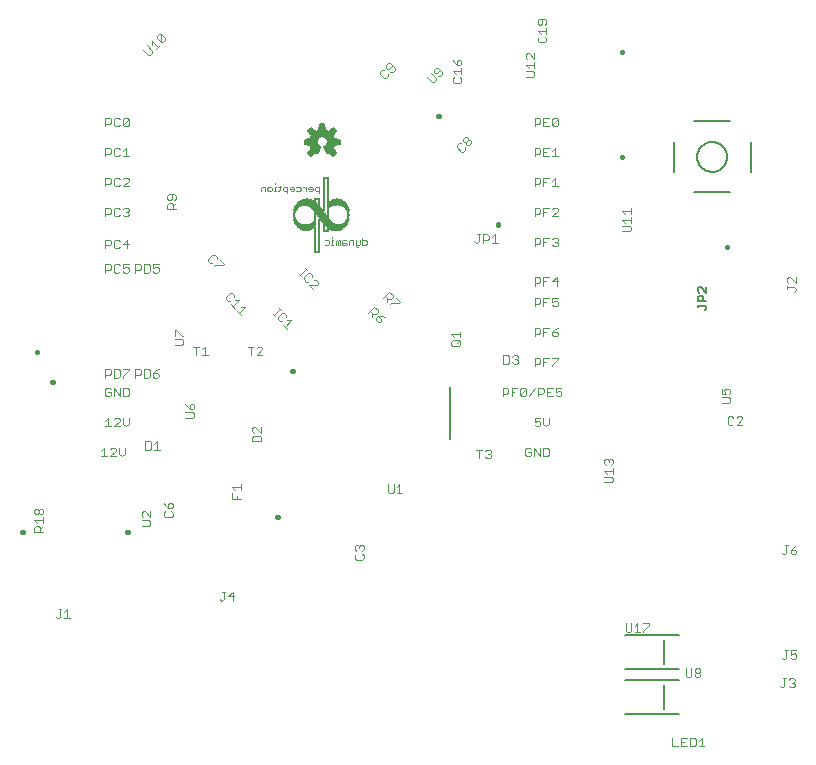
<source format=gbo>
G75*
%MOIN*%
%OFA0B0*%
%FSLAX24Y24*%
%IPPOS*%
%LPD*%
%AMOC8*
5,1,8,0,0,1.08239X$1,22.5*
%
%ADD10C,0.0030*%
%ADD11C,0.0160*%
%ADD12C,0.0050*%
%ADD13C,0.0080*%
%ADD14C,0.0059*%
%ADD15R,0.0187X0.0007*%
%ADD16R,0.0187X0.0007*%
%ADD17R,0.0041X0.0007*%
%ADD18R,0.0042X0.0007*%
%ADD19R,0.0041X0.0007*%
%ADD20R,0.0042X0.0007*%
%ADD21R,0.0187X0.0007*%
%ADD22R,0.0187X0.0007*%
%ADD23R,0.0090X0.0007*%
%ADD24R,0.0076X0.0007*%
%ADD25R,0.0180X0.0007*%
%ADD26R,0.0160X0.0007*%
%ADD27R,0.0243X0.0007*%
%ADD28R,0.0042X0.0007*%
%ADD29R,0.0201X0.0007*%
%ADD30R,0.0285X0.0007*%
%ADD31R,0.0042X0.0007*%
%ADD32R,0.0243X0.0007*%
%ADD33R,0.0326X0.0007*%
%ADD34R,0.0285X0.0007*%
%ADD35R,0.0354X0.0007*%
%ADD36R,0.0313X0.0007*%
%ADD37R,0.0389X0.0007*%
%ADD38R,0.0340X0.0007*%
%ADD39R,0.0417X0.0007*%
%ADD40R,0.0368X0.0007*%
%ADD41R,0.0444X0.0007*%
%ADD42R,0.0514X0.0007*%
%ADD43R,0.0410X0.0007*%
%ADD44R,0.0521X0.0007*%
%ADD45R,0.0430X0.0007*%
%ADD46R,0.0535X0.0007*%
%ADD47R,0.0451X0.0007*%
%ADD48R,0.0542X0.0007*%
%ADD49R,0.0472X0.0007*%
%ADD50R,0.0549X0.0007*%
%ADD51R,0.0486X0.0007*%
%ADD52R,0.0563X0.0007*%
%ADD53R,0.0500X0.0007*%
%ADD54R,0.0576X0.0007*%
%ADD55R,0.0514X0.0007*%
%ADD56R,0.0590X0.0007*%
%ADD57R,0.0528X0.0007*%
%ADD58R,0.0604X0.0007*%
%ADD59R,0.0591X0.0007*%
%ADD60R,0.0618X0.0007*%
%ADD61R,0.0598X0.0007*%
%ADD62R,0.0632X0.0007*%
%ADD63R,0.0605X0.0007*%
%ADD64R,0.0646X0.0007*%
%ADD65R,0.0611X0.0007*%
%ADD66R,0.0660X0.0007*%
%ADD67R,0.0674X0.0007*%
%ADD68R,0.0625X0.0007*%
%ADD69R,0.0687X0.0007*%
%ADD70R,0.0632X0.0007*%
%ADD71R,0.0694X0.0007*%
%ADD72R,0.0639X0.0007*%
%ADD73R,0.0708X0.0007*%
%ADD74R,0.0639X0.0007*%
%ADD75R,0.0715X0.0007*%
%ADD76R,0.0729X0.0007*%
%ADD77R,0.0653X0.0007*%
%ADD78R,0.0743X0.0007*%
%ADD79R,0.0653X0.0007*%
%ADD80R,0.0750X0.0007*%
%ADD81R,0.0660X0.0007*%
%ADD82R,0.0757X0.0007*%
%ADD83R,0.0292X0.0007*%
%ADD84R,0.0479X0.0007*%
%ADD85R,0.0236X0.0007*%
%ADD86R,0.0222X0.0007*%
%ADD87R,0.0444X0.0007*%
%ADD88R,0.0209X0.0007*%
%ADD89R,0.0215X0.0007*%
%ADD90R,0.0423X0.0007*%
%ADD91R,0.0188X0.0007*%
%ADD92R,0.0194X0.0007*%
%ADD93R,0.0402X0.0007*%
%ADD94R,0.0167X0.0007*%
%ADD95R,0.0188X0.0007*%
%ADD96R,0.0181X0.0007*%
%ADD97R,0.0389X0.0007*%
%ADD98R,0.0153X0.0007*%
%ADD99R,0.0174X0.0007*%
%ADD100R,0.0375X0.0007*%
%ADD101R,0.0139X0.0007*%
%ADD102R,0.0167X0.0007*%
%ADD103R,0.0361X0.0007*%
%ADD104R,0.0125X0.0007*%
%ADD105R,0.0167X0.0007*%
%ADD106R,0.0347X0.0007*%
%ADD107R,0.0111X0.0007*%
%ADD108R,0.0153X0.0007*%
%ADD109R,0.0340X0.0007*%
%ADD110R,0.0105X0.0007*%
%ADD111R,0.0146X0.0007*%
%ADD112R,0.0333X0.0007*%
%ADD113R,0.0091X0.0007*%
%ADD114R,0.0146X0.0007*%
%ADD115R,0.0333X0.0007*%
%ADD116R,0.0084X0.0007*%
%ADD117R,0.0132X0.0007*%
%ADD118R,0.0139X0.0007*%
%ADD119R,0.0070X0.0007*%
%ADD120R,0.0132X0.0007*%
%ADD121R,0.0132X0.0007*%
%ADD122R,0.0326X0.0007*%
%ADD123R,0.0063X0.0007*%
%ADD124R,0.0125X0.0007*%
%ADD125R,0.0056X0.0007*%
%ADD126R,0.0312X0.0007*%
%ADD127R,0.0049X0.0007*%
%ADD128R,0.0312X0.0007*%
%ADD129R,0.0118X0.0007*%
%ADD130R,0.0313X0.0007*%
%ADD131R,0.0118X0.0007*%
%ADD132R,0.0112X0.0007*%
%ADD133R,0.0111X0.0007*%
%ADD134R,0.0306X0.0007*%
%ADD135R,0.0306X0.0007*%
%ADD136R,0.0105X0.0007*%
%ADD137R,0.0112X0.0007*%
%ADD138R,0.0098X0.0007*%
%ADD139R,0.0098X0.0007*%
%ADD140R,0.0097X0.0007*%
%ADD141R,0.0347X0.0007*%
%ADD142R,0.0097X0.0007*%
%ADD143R,0.0347X0.0007*%
%ADD144R,0.0090X0.0007*%
%ADD145R,0.0097X0.0007*%
%ADD146R,0.0091X0.0007*%
%ADD147R,0.0083X0.0007*%
%ADD148R,0.0083X0.0007*%
%ADD149R,0.0299X0.0007*%
%ADD150R,0.0299X0.0007*%
%ADD151R,0.0299X0.0007*%
%ADD152R,0.0305X0.0007*%
%ADD153R,0.0305X0.0007*%
%ADD154R,0.0104X0.0007*%
%ADD155R,0.0319X0.0007*%
%ADD156R,0.0319X0.0007*%
%ADD157R,0.0063X0.0007*%
%ADD158R,0.0070X0.0007*%
%ADD159R,0.0319X0.0007*%
%ADD160R,0.0077X0.0007*%
%ADD161R,0.0139X0.0007*%
%ADD162R,0.0139X0.0007*%
%ADD163R,0.0160X0.0007*%
%ADD164R,0.0119X0.0007*%
%ADD165R,0.0361X0.0007*%
%ADD166R,0.0174X0.0007*%
%ADD167R,0.0375X0.0007*%
%ADD168R,0.0388X0.0007*%
%ADD169R,0.0174X0.0007*%
%ADD170R,0.0402X0.0007*%
%ADD171R,0.0195X0.0007*%
%ADD172R,0.0222X0.0007*%
%ADD173R,0.0223X0.0007*%
%ADD174R,0.0444X0.0007*%
%ADD175R,0.0250X0.0007*%
%ADD176R,0.0320X0.0007*%
%ADD177R,0.0798X0.0007*%
%ADD178R,0.0667X0.0007*%
%ADD179R,0.0736X0.0007*%
%ADD180R,0.0722X0.0007*%
%ADD181R,0.0646X0.0007*%
%ADD182R,0.0639X0.0007*%
%ADD183R,0.0694X0.0007*%
%ADD184R,0.0632X0.0007*%
%ADD185R,0.0680X0.0007*%
%ADD186R,0.0666X0.0007*%
%ADD187R,0.0625X0.0007*%
%ADD188R,0.0619X0.0007*%
%ADD189R,0.0612X0.0007*%
%ADD190R,0.0632X0.0007*%
%ADD191R,0.0605X0.0007*%
%ADD192R,0.0549X0.0007*%
%ADD193R,0.0604X0.0007*%
%ADD194R,0.0535X0.0007*%
%ADD195R,0.0577X0.0007*%
%ADD196R,0.0542X0.0007*%
%ADD197R,0.0465X0.0007*%
%ADD198R,0.0444X0.0007*%
%ADD199R,0.0528X0.0007*%
%ADD200R,0.0514X0.0007*%
%ADD201R,0.0403X0.0007*%
%ADD202R,0.0507X0.0007*%
%ADD203R,0.0382X0.0007*%
%ADD204R,0.0437X0.0007*%
%ADD205R,0.0410X0.0007*%
%ADD206R,0.0334X0.0007*%
%ADD207R,0.0354X0.0007*%
%ADD208R,0.0271X0.0007*%
%ADD209R,0.0278X0.0007*%
%ADD210R,0.0229X0.0007*%
%ADD211R,0.0166X0.0007*%
%ADD212C,0.0020*%
D10*
X001822Y005955D02*
X001870Y005955D01*
X001918Y006003D01*
X001918Y006245D01*
X001870Y006245D02*
X001967Y006245D01*
X002068Y006148D02*
X002165Y006245D01*
X002165Y005955D01*
X002261Y005955D02*
X002068Y005955D01*
X001822Y005955D02*
X001773Y006003D01*
X001353Y008819D02*
X001062Y008819D01*
X001062Y008964D01*
X001111Y009012D01*
X001207Y009012D01*
X001256Y008964D01*
X001256Y008819D01*
X001256Y008915D02*
X001353Y009012D01*
X001353Y009113D02*
X001353Y009307D01*
X001353Y009210D02*
X001062Y009210D01*
X001159Y009113D01*
X001159Y009408D02*
X001111Y009408D01*
X001062Y009456D01*
X001062Y009553D01*
X001111Y009601D01*
X001159Y009601D01*
X001207Y009553D01*
X001207Y009456D01*
X001159Y009408D01*
X001207Y009456D02*
X001256Y009408D01*
X001304Y009408D01*
X001353Y009456D01*
X001353Y009553D01*
X001304Y009601D01*
X001256Y009601D01*
X001207Y009553D01*
X003300Y011340D02*
X003493Y011340D01*
X003397Y011340D02*
X003397Y011630D01*
X003300Y011533D01*
X003595Y011582D02*
X003643Y011630D01*
X003740Y011630D01*
X003788Y011582D01*
X003788Y011533D01*
X003595Y011340D01*
X003788Y011340D01*
X003889Y011437D02*
X003986Y011340D01*
X004083Y011437D01*
X004083Y011630D01*
X003889Y011630D02*
X003889Y011437D01*
X003913Y012340D02*
X003720Y012340D01*
X003913Y012533D01*
X003913Y012582D01*
X003865Y012630D01*
X003768Y012630D01*
X003720Y012582D01*
X003522Y012630D02*
X003522Y012340D01*
X003618Y012340D02*
X003425Y012340D01*
X003425Y012533D02*
X003522Y012630D01*
X004014Y012630D02*
X004014Y012437D01*
X004111Y012340D01*
X004208Y012437D01*
X004208Y012630D01*
X004159Y013340D02*
X004208Y013388D01*
X004208Y013582D01*
X004159Y013630D01*
X004014Y013630D01*
X004014Y013340D01*
X004159Y013340D01*
X003913Y013340D02*
X003913Y013630D01*
X003720Y013630D02*
X003720Y013340D01*
X003618Y013388D02*
X003618Y013485D01*
X003522Y013485D01*
X003618Y013388D02*
X003570Y013340D01*
X003473Y013340D01*
X003425Y013388D01*
X003425Y013582D01*
X003473Y013630D01*
X003570Y013630D01*
X003618Y013582D01*
X003720Y013630D02*
X003913Y013340D01*
X003865Y013965D02*
X003913Y014013D01*
X003913Y014207D01*
X003865Y014255D01*
X003720Y014255D01*
X003720Y013965D01*
X003865Y013965D01*
X004014Y013965D02*
X004014Y014013D01*
X004208Y014207D01*
X004208Y014255D01*
X004014Y014255D01*
X004425Y014255D02*
X004425Y013965D01*
X004425Y014062D02*
X004570Y014062D01*
X004618Y014110D01*
X004618Y014207D01*
X004570Y014255D01*
X004425Y014255D01*
X004720Y014255D02*
X004720Y013965D01*
X004865Y013965D01*
X004913Y014013D01*
X004913Y014207D01*
X004865Y014255D01*
X004720Y014255D01*
X005014Y014110D02*
X005014Y014013D01*
X005063Y013965D01*
X005159Y013965D01*
X005208Y014013D01*
X005208Y014062D01*
X005159Y014110D01*
X005014Y014110D01*
X005111Y014207D01*
X005208Y014255D01*
X005737Y015063D02*
X005979Y015063D01*
X006028Y015112D01*
X006028Y015208D01*
X005979Y015257D01*
X005737Y015257D01*
X005737Y015358D02*
X005737Y015551D01*
X005786Y015551D01*
X005979Y015358D01*
X006028Y015358D01*
X006363Y015005D02*
X006556Y015005D01*
X006459Y015005D02*
X006459Y014715D01*
X006657Y014715D02*
X006851Y014715D01*
X006754Y014715D02*
X006754Y015005D01*
X006657Y014908D01*
X007895Y016132D02*
X008100Y016337D01*
X007963Y016337D01*
X007826Y016200D02*
X007963Y016063D01*
X007755Y016271D02*
X007618Y016408D01*
X007687Y016340D02*
X007892Y016545D01*
X007755Y016545D01*
X007718Y016651D02*
X007718Y016719D01*
X007649Y016788D01*
X007581Y016788D01*
X007444Y016651D01*
X007444Y016582D01*
X007512Y016514D01*
X007581Y016514D01*
X007348Y017727D02*
X007075Y017727D01*
X007040Y017693D01*
X007003Y017799D02*
X006935Y017799D01*
X006866Y017867D01*
X006866Y017936D01*
X007003Y018072D01*
X007072Y018072D01*
X007140Y018004D01*
X007140Y017936D01*
X007246Y017898D02*
X007383Y017761D01*
X007348Y017727D01*
X009012Y016085D02*
X009080Y016017D01*
X009046Y016051D02*
X009251Y016256D01*
X009217Y016290D02*
X009286Y016222D01*
X009322Y016117D02*
X009185Y015980D01*
X009185Y015912D01*
X009253Y015843D01*
X009322Y015843D01*
X009359Y015738D02*
X009496Y015601D01*
X009428Y015669D02*
X009633Y015874D01*
X009496Y015874D01*
X009459Y015980D02*
X009459Y016049D01*
X009390Y016117D01*
X009322Y016117D01*
X010219Y017066D02*
X010493Y017066D01*
X010527Y017101D01*
X010527Y017169D01*
X010459Y017237D01*
X010390Y017237D01*
X010319Y017309D02*
X010319Y017377D01*
X010251Y017446D01*
X010182Y017446D01*
X010045Y017309D01*
X010045Y017241D01*
X010114Y017172D01*
X010182Y017172D01*
X010219Y017066D02*
X010356Y016930D01*
X009941Y017345D02*
X009872Y017414D01*
X009906Y017379D02*
X010112Y017585D01*
X010077Y017619D02*
X010146Y017551D01*
X012198Y016133D02*
X012403Y016338D01*
X012506Y016236D01*
X012506Y016167D01*
X012438Y016099D01*
X012369Y016099D01*
X012267Y016202D01*
X012335Y016133D02*
X012335Y015996D01*
X012441Y015959D02*
X012441Y015891D01*
X012509Y015822D01*
X012578Y015822D01*
X012612Y015856D01*
X012612Y015925D01*
X012509Y016027D01*
X012441Y015959D01*
X012509Y016027D02*
X012646Y016027D01*
X012749Y015993D01*
X012907Y016425D02*
X012941Y016459D01*
X013214Y016459D01*
X013249Y016493D01*
X013112Y016630D01*
X013006Y016667D02*
X012938Y016599D01*
X012869Y016599D01*
X012767Y016702D01*
X012835Y016633D02*
X012835Y016496D01*
X012698Y016633D02*
X012903Y016838D01*
X013006Y016736D01*
X013006Y016667D01*
X014967Y015406D02*
X015064Y015310D01*
X015016Y015208D02*
X015209Y015208D01*
X015258Y015160D01*
X015258Y015063D01*
X015209Y015015D01*
X015016Y015015D01*
X014967Y015063D01*
X014967Y015160D01*
X015016Y015208D01*
X015161Y015112D02*
X015258Y015208D01*
X015258Y015310D02*
X015258Y015503D01*
X015258Y015406D02*
X014967Y015406D01*
X016700Y014718D02*
X016700Y014428D01*
X016845Y014428D01*
X016893Y014476D01*
X016893Y014669D01*
X016845Y014718D01*
X016700Y014718D01*
X016995Y014669D02*
X017043Y014718D01*
X017140Y014718D01*
X017188Y014669D01*
X017188Y014621D01*
X017140Y014573D01*
X017188Y014524D01*
X017188Y014476D01*
X017140Y014428D01*
X017043Y014428D01*
X016995Y014476D01*
X017091Y014573D02*
X017140Y014573D01*
X017738Y014630D02*
X017738Y014340D01*
X017738Y014437D02*
X017883Y014437D01*
X017931Y014485D01*
X017931Y014582D01*
X017883Y014630D01*
X017738Y014630D01*
X018032Y014630D02*
X018032Y014340D01*
X018032Y014485D02*
X018129Y014485D01*
X018032Y014630D02*
X018226Y014630D01*
X018327Y014630D02*
X018520Y014630D01*
X018520Y014582D01*
X018327Y014388D01*
X018327Y014340D01*
X018342Y013630D02*
X018148Y013630D01*
X018148Y013340D01*
X018342Y013340D01*
X018443Y013388D02*
X018491Y013340D01*
X018588Y013340D01*
X018636Y013388D01*
X018636Y013485D01*
X018588Y013533D01*
X018540Y013533D01*
X018443Y013485D01*
X018443Y013630D01*
X018636Y013630D01*
X018245Y013485D02*
X018148Y013485D01*
X018047Y013485D02*
X018047Y013582D01*
X017999Y013630D01*
X017854Y013630D01*
X017854Y013340D01*
X017854Y013437D02*
X017999Y013437D01*
X018047Y013485D01*
X017752Y013630D02*
X017559Y013340D01*
X017458Y013388D02*
X017409Y013340D01*
X017313Y013340D01*
X017264Y013388D01*
X017458Y013582D01*
X017458Y013388D01*
X017264Y013388D02*
X017264Y013582D01*
X017313Y013630D01*
X017409Y013630D01*
X017458Y013582D01*
X017163Y013630D02*
X016970Y013630D01*
X016970Y013340D01*
X016970Y013485D02*
X017066Y013485D01*
X016868Y013485D02*
X016868Y013582D01*
X016820Y013630D01*
X016675Y013630D01*
X016675Y013340D01*
X016675Y013437D02*
X016820Y013437D01*
X016868Y013485D01*
X017738Y012630D02*
X017738Y012485D01*
X017834Y012533D01*
X017883Y012533D01*
X017931Y012485D01*
X017931Y012388D01*
X017883Y012340D01*
X017786Y012340D01*
X017738Y012388D01*
X017738Y012630D02*
X017931Y012630D01*
X018032Y012630D02*
X018032Y012437D01*
X018129Y012340D01*
X018226Y012437D01*
X018226Y012630D01*
X018159Y011630D02*
X018014Y011630D01*
X018014Y011340D01*
X018159Y011340D01*
X018208Y011388D01*
X018208Y011582D01*
X018159Y011630D01*
X017913Y011630D02*
X017913Y011340D01*
X017720Y011630D01*
X017720Y011340D01*
X017618Y011388D02*
X017618Y011485D01*
X017522Y011485D01*
X017618Y011388D02*
X017570Y011340D01*
X017473Y011340D01*
X017425Y011388D01*
X017425Y011582D01*
X017473Y011630D01*
X017570Y011630D01*
X017618Y011582D01*
X016288Y011519D02*
X016288Y011471D01*
X016240Y011423D01*
X016288Y011374D01*
X016288Y011326D01*
X016240Y011278D01*
X016143Y011278D01*
X016095Y011326D01*
X016191Y011423D02*
X016240Y011423D01*
X016288Y011519D02*
X016240Y011568D01*
X016143Y011568D01*
X016095Y011519D01*
X015993Y011568D02*
X015800Y011568D01*
X015897Y011568D02*
X015897Y011278D01*
X013236Y010411D02*
X013236Y010121D01*
X013332Y010121D02*
X013139Y010121D01*
X013038Y010169D02*
X013038Y010411D01*
X013139Y010315D02*
X013236Y010411D01*
X013038Y010169D02*
X012989Y010121D01*
X012893Y010121D01*
X012844Y010169D01*
X012844Y010411D01*
X011990Y008391D02*
X012039Y008342D01*
X012039Y008246D01*
X011990Y008197D01*
X011990Y008096D02*
X012039Y008048D01*
X012039Y007951D01*
X011990Y007903D01*
X011797Y007903D01*
X011749Y007951D01*
X011749Y008048D01*
X011797Y008096D01*
X011797Y008197D02*
X011749Y008246D01*
X011749Y008342D01*
X011797Y008391D01*
X011845Y008391D01*
X011894Y008342D01*
X011942Y008391D01*
X011990Y008391D01*
X011894Y008342D02*
X011894Y008294D01*
X008626Y011844D02*
X008336Y011844D01*
X008336Y011990D01*
X008384Y012038D01*
X008578Y012038D01*
X008626Y011990D01*
X008626Y011844D01*
X008626Y012139D02*
X008433Y012333D01*
X008384Y012333D01*
X008336Y012284D01*
X008336Y012187D01*
X008384Y012139D01*
X008626Y012139D02*
X008626Y012333D01*
X007958Y010416D02*
X007958Y010222D01*
X007958Y010319D02*
X007667Y010319D01*
X007764Y010222D01*
X007667Y010121D02*
X007667Y009928D01*
X007958Y009928D01*
X007812Y009928D02*
X007812Y010024D01*
X005671Y009754D02*
X005623Y009803D01*
X005574Y009803D01*
X005526Y009754D01*
X005526Y009609D01*
X005623Y009609D01*
X005671Y009658D01*
X005671Y009754D01*
X005526Y009609D02*
X005429Y009706D01*
X005381Y009803D01*
X005429Y009508D02*
X005381Y009460D01*
X005381Y009363D01*
X005429Y009315D01*
X005623Y009315D01*
X005671Y009363D01*
X005671Y009460D01*
X005623Y009508D01*
X004936Y009513D02*
X004936Y009319D01*
X004742Y009513D01*
X004694Y009513D01*
X004646Y009464D01*
X004646Y009368D01*
X004694Y009319D01*
X004646Y009218D02*
X004887Y009218D01*
X004936Y009170D01*
X004936Y009073D01*
X004887Y009025D01*
X004646Y009025D01*
X004769Y011564D02*
X004914Y011564D01*
X004962Y011612D01*
X004962Y011806D01*
X004914Y011854D01*
X004769Y011854D01*
X004769Y011564D01*
X005063Y011564D02*
X005257Y011564D01*
X005160Y011564D02*
X005160Y011854D01*
X005063Y011757D01*
X006095Y012615D02*
X006337Y012615D01*
X006385Y012663D01*
X006385Y012760D01*
X006337Y012809D01*
X006095Y012809D01*
X006240Y012910D02*
X006240Y013055D01*
X006288Y013103D01*
X006337Y013103D01*
X006385Y013055D01*
X006385Y012958D01*
X006337Y012910D01*
X006240Y012910D01*
X006143Y013006D01*
X006095Y013103D01*
X008272Y014715D02*
X008272Y015005D01*
X008368Y015005D02*
X008175Y015005D01*
X008470Y014957D02*
X008518Y015005D01*
X008615Y015005D01*
X008663Y014957D01*
X008663Y014908D01*
X008470Y014715D01*
X008663Y014715D01*
X005208Y017513D02*
X005159Y017465D01*
X005063Y017465D01*
X005014Y017513D01*
X005014Y017610D02*
X005111Y017658D01*
X005159Y017658D01*
X005208Y017610D01*
X005208Y017513D01*
X005014Y017610D02*
X005014Y017755D01*
X005208Y017755D01*
X004913Y017707D02*
X004865Y017755D01*
X004720Y017755D01*
X004720Y017465D01*
X004865Y017465D01*
X004913Y017513D01*
X004913Y017707D01*
X004618Y017707D02*
X004618Y017610D01*
X004570Y017562D01*
X004425Y017562D01*
X004425Y017465D02*
X004425Y017755D01*
X004570Y017755D01*
X004618Y017707D01*
X004208Y017755D02*
X004014Y017755D01*
X004014Y017610D01*
X004111Y017658D01*
X004159Y017658D01*
X004208Y017610D01*
X004208Y017513D01*
X004159Y017465D01*
X004063Y017465D01*
X004014Y017513D01*
X003913Y017513D02*
X003865Y017465D01*
X003768Y017465D01*
X003720Y017513D01*
X003720Y017707D01*
X003768Y017755D01*
X003865Y017755D01*
X003913Y017707D01*
X003618Y017707D02*
X003618Y017610D01*
X003570Y017562D01*
X003425Y017562D01*
X003425Y017465D02*
X003425Y017755D01*
X003570Y017755D01*
X003618Y017707D01*
X003768Y018278D02*
X003865Y018278D01*
X003913Y018326D01*
X004014Y018423D02*
X004208Y018423D01*
X004159Y018278D02*
X004159Y018568D01*
X004014Y018423D01*
X003913Y018519D02*
X003865Y018568D01*
X003768Y018568D01*
X003720Y018519D01*
X003720Y018326D01*
X003768Y018278D01*
X003618Y018423D02*
X003570Y018374D01*
X003425Y018374D01*
X003425Y018278D02*
X003425Y018568D01*
X003570Y018568D01*
X003618Y018519D01*
X003618Y018423D01*
X003768Y019340D02*
X003865Y019340D01*
X003913Y019388D01*
X004014Y019388D02*
X004063Y019340D01*
X004159Y019340D01*
X004208Y019388D01*
X004208Y019437D01*
X004159Y019485D01*
X004111Y019485D01*
X004159Y019485D02*
X004208Y019533D01*
X004208Y019582D01*
X004159Y019630D01*
X004063Y019630D01*
X004014Y019582D01*
X003913Y019582D02*
X003865Y019630D01*
X003768Y019630D01*
X003720Y019582D01*
X003720Y019388D01*
X003768Y019340D01*
X003618Y019485D02*
X003570Y019437D01*
X003425Y019437D01*
X003425Y019340D02*
X003425Y019630D01*
X003570Y019630D01*
X003618Y019582D01*
X003618Y019485D01*
X003768Y020340D02*
X003865Y020340D01*
X003913Y020388D01*
X004014Y020340D02*
X004208Y020533D01*
X004208Y020582D01*
X004159Y020630D01*
X004063Y020630D01*
X004014Y020582D01*
X003913Y020582D02*
X003865Y020630D01*
X003768Y020630D01*
X003720Y020582D01*
X003720Y020388D01*
X003768Y020340D01*
X003618Y020485D02*
X003570Y020437D01*
X003425Y020437D01*
X003425Y020340D02*
X003425Y020630D01*
X003570Y020630D01*
X003618Y020582D01*
X003618Y020485D01*
X004014Y020340D02*
X004208Y020340D01*
X004208Y021340D02*
X004014Y021340D01*
X004111Y021340D02*
X004111Y021630D01*
X004014Y021533D01*
X003913Y021582D02*
X003865Y021630D01*
X003768Y021630D01*
X003720Y021582D01*
X003720Y021388D01*
X003768Y021340D01*
X003865Y021340D01*
X003913Y021388D01*
X003618Y021485D02*
X003570Y021437D01*
X003425Y021437D01*
X003425Y021340D02*
X003425Y021630D01*
X003570Y021630D01*
X003618Y021582D01*
X003618Y021485D01*
X003768Y022340D02*
X003865Y022340D01*
X003913Y022388D01*
X004014Y022388D02*
X004208Y022582D01*
X004208Y022388D01*
X004159Y022340D01*
X004063Y022340D01*
X004014Y022388D01*
X004014Y022582D01*
X004063Y022630D01*
X004159Y022630D01*
X004208Y022582D01*
X003913Y022582D02*
X003865Y022630D01*
X003768Y022630D01*
X003720Y022582D01*
X003720Y022388D01*
X003768Y022340D01*
X003618Y022485D02*
X003618Y022582D01*
X003570Y022630D01*
X003425Y022630D01*
X003425Y022340D01*
X003425Y022437D02*
X003570Y022437D01*
X003618Y022485D01*
X004865Y024732D02*
X004694Y024903D01*
X004831Y025040D02*
X005002Y024869D01*
X005002Y024800D01*
X004933Y024732D01*
X004865Y024732D01*
X005107Y024906D02*
X005244Y025043D01*
X005176Y024974D02*
X004971Y025179D01*
X004971Y025043D01*
X005145Y025285D02*
X005145Y025354D01*
X005213Y025422D01*
X005282Y025422D01*
X005282Y025148D01*
X005350Y025148D01*
X005418Y025217D01*
X005418Y025285D01*
X005282Y025422D01*
X005145Y025285D02*
X005282Y025148D01*
X005541Y020078D02*
X005492Y020030D01*
X005492Y019933D01*
X005541Y019885D01*
X005589Y019885D01*
X005637Y019933D01*
X005637Y020078D01*
X005541Y020078D02*
X005734Y020078D01*
X005783Y020030D01*
X005783Y019933D01*
X005734Y019885D01*
X005783Y019783D02*
X005686Y019687D01*
X005686Y019735D02*
X005686Y019590D01*
X005783Y019590D02*
X005492Y019590D01*
X005492Y019735D01*
X005541Y019783D01*
X005637Y019783D01*
X005686Y019735D01*
X003570Y014255D02*
X003618Y014207D01*
X003618Y014110D01*
X003570Y014062D01*
X003425Y014062D01*
X003425Y013965D02*
X003425Y014255D01*
X003570Y014255D01*
X007334Y006818D02*
X007431Y006818D01*
X007383Y006818D02*
X007383Y006576D01*
X007334Y006528D01*
X007286Y006528D01*
X007238Y006576D01*
X007532Y006673D02*
X007726Y006673D01*
X007677Y006818D02*
X007532Y006673D01*
X007677Y006528D02*
X007677Y006818D01*
X017738Y015340D02*
X017738Y015630D01*
X017883Y015630D01*
X017931Y015582D01*
X017931Y015485D01*
X017883Y015437D01*
X017738Y015437D01*
X018032Y015485D02*
X018129Y015485D01*
X018032Y015340D02*
X018032Y015630D01*
X018226Y015630D01*
X018327Y015485D02*
X018472Y015485D01*
X018520Y015437D01*
X018520Y015388D01*
X018472Y015340D01*
X018375Y015340D01*
X018327Y015388D01*
X018327Y015485D01*
X018424Y015582D01*
X018520Y015630D01*
X018472Y016340D02*
X018375Y016340D01*
X018327Y016388D01*
X018327Y016485D02*
X018424Y016533D01*
X018472Y016533D01*
X018520Y016485D01*
X018520Y016388D01*
X018472Y016340D01*
X018327Y016485D02*
X018327Y016630D01*
X018520Y016630D01*
X018226Y016630D02*
X018032Y016630D01*
X018032Y016340D01*
X018032Y016485D02*
X018129Y016485D01*
X017931Y016485D02*
X017883Y016437D01*
X017738Y016437D01*
X017738Y016340D02*
X017738Y016630D01*
X017883Y016630D01*
X017931Y016582D01*
X017931Y016485D01*
X018032Y017028D02*
X018032Y017318D01*
X018226Y017318D01*
X018129Y017173D02*
X018032Y017173D01*
X017931Y017173D02*
X017883Y017124D01*
X017738Y017124D01*
X017738Y017028D02*
X017738Y017318D01*
X017883Y017318D01*
X017931Y017269D01*
X017931Y017173D01*
X018327Y017173D02*
X018520Y017173D01*
X018472Y017028D02*
X018472Y017318D01*
X018327Y017173D01*
X018375Y018340D02*
X018327Y018388D01*
X018375Y018340D02*
X018472Y018340D01*
X018520Y018388D01*
X018520Y018437D01*
X018472Y018485D01*
X018424Y018485D01*
X018472Y018485D02*
X018520Y018533D01*
X018520Y018582D01*
X018472Y018630D01*
X018375Y018630D01*
X018327Y018582D01*
X018226Y018630D02*
X018032Y018630D01*
X018032Y018340D01*
X018032Y018485D02*
X018129Y018485D01*
X017931Y018485D02*
X017883Y018437D01*
X017738Y018437D01*
X017738Y018340D02*
X017738Y018630D01*
X017883Y018630D01*
X017931Y018582D01*
X017931Y018485D01*
X018032Y019340D02*
X018032Y019630D01*
X018226Y019630D01*
X018327Y019582D02*
X018375Y019630D01*
X018472Y019630D01*
X018520Y019582D01*
X018520Y019533D01*
X018327Y019340D01*
X018520Y019340D01*
X018129Y019485D02*
X018032Y019485D01*
X017931Y019485D02*
X017883Y019437D01*
X017738Y019437D01*
X017738Y019340D02*
X017738Y019630D01*
X017883Y019630D01*
X017931Y019582D01*
X017931Y019485D01*
X018032Y020340D02*
X018032Y020630D01*
X018226Y020630D01*
X018327Y020533D02*
X018424Y020630D01*
X018424Y020340D01*
X018520Y020340D02*
X018327Y020340D01*
X018129Y020485D02*
X018032Y020485D01*
X017931Y020485D02*
X017883Y020437D01*
X017738Y020437D01*
X017738Y020340D02*
X017738Y020630D01*
X017883Y020630D01*
X017931Y020582D01*
X017931Y020485D01*
X018032Y021340D02*
X018226Y021340D01*
X018327Y021340D02*
X018520Y021340D01*
X018424Y021340D02*
X018424Y021630D01*
X018327Y021533D01*
X018226Y021630D02*
X018032Y021630D01*
X018032Y021340D01*
X018032Y021485D02*
X018129Y021485D01*
X017931Y021485D02*
X017883Y021437D01*
X017738Y021437D01*
X017738Y021340D02*
X017738Y021630D01*
X017883Y021630D01*
X017931Y021582D01*
X017931Y021485D01*
X018032Y022340D02*
X018226Y022340D01*
X018327Y022388D02*
X018520Y022582D01*
X018520Y022388D01*
X018472Y022340D01*
X018375Y022340D01*
X018327Y022388D01*
X018327Y022582D01*
X018375Y022630D01*
X018472Y022630D01*
X018520Y022582D01*
X018226Y022630D02*
X018032Y022630D01*
X018032Y022340D01*
X018032Y022485D02*
X018129Y022485D01*
X017931Y022485D02*
X017883Y022437D01*
X017738Y022437D01*
X017738Y022340D02*
X017738Y022630D01*
X017883Y022630D01*
X017931Y022582D01*
X017931Y022485D01*
X017684Y023990D02*
X017442Y023990D01*
X017442Y024183D02*
X017684Y024183D01*
X017733Y024135D01*
X017733Y024038D01*
X017684Y023990D01*
X017733Y024285D02*
X017733Y024478D01*
X017733Y024381D02*
X017442Y024381D01*
X017539Y024285D01*
X017491Y024579D02*
X017442Y024628D01*
X017442Y024724D01*
X017491Y024773D01*
X017539Y024773D01*
X017733Y024579D01*
X017733Y024773D01*
X017892Y025144D02*
X018085Y025144D01*
X018134Y025192D01*
X018134Y025289D01*
X018085Y025337D01*
X018134Y025438D02*
X018134Y025632D01*
X018134Y025535D02*
X017843Y025535D01*
X017940Y025438D01*
X017892Y025337D02*
X017843Y025289D01*
X017843Y025192D01*
X017892Y025144D01*
X017892Y025733D02*
X017843Y025781D01*
X017843Y025878D01*
X017892Y025926D01*
X018085Y025926D01*
X018134Y025878D01*
X018134Y025781D01*
X018085Y025733D01*
X017989Y025781D02*
X017989Y025926D01*
X017989Y025781D02*
X017940Y025733D01*
X017892Y025733D01*
X015303Y024522D02*
X015254Y024570D01*
X015206Y024570D01*
X015157Y024522D01*
X015157Y024377D01*
X015254Y024377D01*
X015303Y024425D01*
X015303Y024522D01*
X015157Y024377D02*
X015061Y024474D01*
X015012Y024570D01*
X015012Y024179D02*
X015303Y024179D01*
X015303Y024082D02*
X015303Y024276D01*
X015109Y024082D02*
X015012Y024179D01*
X015061Y023981D02*
X015012Y023933D01*
X015012Y023836D01*
X015061Y023788D01*
X015254Y023788D01*
X015303Y023836D01*
X015303Y023933D01*
X015254Y023981D01*
X014666Y024094D02*
X014666Y024162D01*
X014530Y024299D01*
X014461Y024299D01*
X014393Y024230D01*
X014393Y024162D01*
X014427Y024128D01*
X014495Y024128D01*
X014598Y024230D01*
X014666Y024094D02*
X014598Y024025D01*
X014530Y024025D01*
X014458Y023954D02*
X014287Y024125D01*
X014150Y023988D02*
X014321Y023817D01*
X014390Y023817D01*
X014458Y023885D01*
X014458Y023954D01*
X013073Y024237D02*
X013073Y024305D01*
X012936Y024442D01*
X012868Y024442D01*
X012800Y024374D01*
X012800Y024305D01*
X012834Y024271D01*
X012902Y024271D01*
X013005Y024374D01*
X013073Y024237D02*
X013005Y024168D01*
X012936Y024168D01*
X012865Y024097D02*
X012865Y024028D01*
X012796Y023960D01*
X012728Y023960D01*
X012591Y024097D01*
X012591Y024165D01*
X012660Y024234D01*
X012728Y024234D01*
X015221Y021778D02*
X015152Y021709D01*
X015152Y021641D01*
X015289Y021504D01*
X015357Y021504D01*
X015426Y021572D01*
X015426Y021641D01*
X015497Y021712D02*
X015463Y021746D01*
X015463Y021815D01*
X015531Y021883D01*
X015600Y021883D01*
X015634Y021849D01*
X015634Y021781D01*
X015566Y021712D01*
X015497Y021712D01*
X015463Y021815D02*
X015395Y021815D01*
X015360Y021849D01*
X015360Y021917D01*
X015429Y021986D01*
X015497Y021986D01*
X015531Y021952D01*
X015531Y021883D01*
X015289Y021778D02*
X015221Y021778D01*
X015825Y018748D02*
X015922Y018748D01*
X015874Y018748D02*
X015874Y018506D01*
X015825Y018458D01*
X015777Y018458D01*
X015729Y018506D01*
X016023Y018554D02*
X016168Y018554D01*
X016217Y018603D01*
X016217Y018699D01*
X016168Y018748D01*
X016023Y018748D01*
X016023Y018458D01*
X016318Y018458D02*
X016511Y018458D01*
X016415Y018458D02*
X016415Y018748D01*
X016318Y018651D01*
X020664Y018843D02*
X020906Y018843D01*
X020954Y018891D01*
X020954Y018988D01*
X020906Y019036D01*
X020664Y019036D01*
X020761Y019138D02*
X020664Y019234D01*
X020954Y019234D01*
X020954Y019138D02*
X020954Y019331D01*
X020954Y019432D02*
X020954Y019626D01*
X020954Y019529D02*
X020664Y019529D01*
X020761Y019432D01*
X026149Y017267D02*
X026149Y017171D01*
X026197Y017122D01*
X026149Y017021D02*
X026149Y016924D01*
X026149Y016973D02*
X026390Y016973D01*
X026439Y016924D01*
X026439Y016876D01*
X026390Y016828D01*
X026439Y017122D02*
X026245Y017316D01*
X026197Y017316D01*
X026149Y017267D01*
X026439Y017316D02*
X026439Y017122D01*
X024212Y013603D02*
X024260Y013555D01*
X024260Y013458D01*
X024212Y013410D01*
X024115Y013410D02*
X024067Y013506D01*
X024067Y013555D01*
X024115Y013603D01*
X024212Y013603D01*
X024115Y013410D02*
X023970Y013410D01*
X023970Y013603D01*
X023970Y013309D02*
X024212Y013309D01*
X024260Y013260D01*
X024260Y013163D01*
X024212Y013115D01*
X023970Y013115D01*
X024223Y012674D02*
X024175Y012626D01*
X024175Y012432D01*
X024223Y012384D01*
X024320Y012384D01*
X024368Y012432D01*
X024470Y012384D02*
X024663Y012577D01*
X024663Y012626D01*
X024615Y012674D01*
X024518Y012674D01*
X024470Y012626D01*
X024368Y012626D02*
X024320Y012674D01*
X024223Y012674D01*
X024470Y012384D02*
X024663Y012384D01*
X026076Y008379D02*
X026173Y008379D01*
X026125Y008379D02*
X026125Y008137D01*
X026076Y008089D01*
X026028Y008089D01*
X025979Y008137D01*
X026274Y008137D02*
X026274Y008234D01*
X026419Y008234D01*
X026468Y008186D01*
X026468Y008137D01*
X026419Y008089D01*
X026322Y008089D01*
X026274Y008137D01*
X026274Y008234D02*
X026371Y008331D01*
X026468Y008379D01*
X026468Y004879D02*
X026274Y004879D01*
X026274Y004734D01*
X026371Y004782D01*
X026419Y004782D01*
X026468Y004734D01*
X026468Y004637D01*
X026419Y004589D01*
X026322Y004589D01*
X026274Y004637D01*
X026125Y004637D02*
X026125Y004879D01*
X026173Y004879D02*
X026076Y004879D01*
X026125Y004637D02*
X026076Y004589D01*
X026028Y004589D01*
X025979Y004637D01*
X026014Y003942D02*
X026110Y003942D01*
X026062Y003942D02*
X026062Y003700D01*
X026014Y003651D01*
X025965Y003651D01*
X025917Y003700D01*
X026212Y003700D02*
X026260Y003651D01*
X026357Y003651D01*
X026405Y003700D01*
X026405Y003748D01*
X026357Y003797D01*
X026308Y003797D01*
X026357Y003797D02*
X026405Y003845D01*
X026405Y003893D01*
X026357Y003942D01*
X026260Y003942D01*
X026212Y003893D01*
X023263Y004038D02*
X023215Y003990D01*
X023118Y003990D01*
X023070Y004038D01*
X023070Y004087D01*
X023118Y004135D01*
X023215Y004135D01*
X023263Y004087D01*
X023263Y004038D01*
X023215Y004135D02*
X023263Y004183D01*
X023263Y004232D01*
X023215Y004280D01*
X023118Y004280D01*
X023070Y004232D01*
X023070Y004183D01*
X023118Y004135D01*
X022968Y004038D02*
X022968Y004280D01*
X022775Y004280D02*
X022775Y004038D01*
X022823Y003990D01*
X022920Y003990D01*
X022968Y004038D01*
X021364Y005490D02*
X021364Y005538D01*
X021558Y005732D01*
X021558Y005780D01*
X021364Y005780D01*
X021166Y005780D02*
X021166Y005490D01*
X021070Y005490D02*
X021263Y005490D01*
X021070Y005683D02*
X021166Y005780D01*
X020968Y005780D02*
X020968Y005538D01*
X020920Y005490D01*
X020823Y005490D01*
X020775Y005538D01*
X020775Y005780D01*
X022325Y001968D02*
X022325Y001678D01*
X022518Y001678D01*
X022620Y001678D02*
X022620Y001968D01*
X022813Y001968D01*
X022914Y001968D02*
X022914Y001678D01*
X023059Y001678D01*
X023108Y001726D01*
X023108Y001919D01*
X023059Y001968D01*
X022914Y001968D01*
X022716Y001823D02*
X022620Y001823D01*
X022620Y001678D02*
X022813Y001678D01*
X023209Y001678D02*
X023402Y001678D01*
X023306Y001678D02*
X023306Y001968D01*
X023209Y001871D01*
X020302Y010476D02*
X020060Y010476D01*
X020060Y010669D02*
X020302Y010669D01*
X020350Y010621D01*
X020350Y010524D01*
X020302Y010476D01*
X020350Y010770D02*
X020350Y010964D01*
X020350Y010867D02*
X020060Y010867D01*
X020156Y010770D01*
X020108Y011065D02*
X020060Y011113D01*
X020060Y011210D01*
X020108Y011258D01*
X020156Y011258D01*
X020205Y011210D01*
X020253Y011258D01*
X020302Y011258D01*
X020350Y011210D01*
X020350Y011113D01*
X020302Y011065D01*
X020205Y011162D02*
X020205Y011210D01*
D11*
X024160Y018313D02*
X024160Y018337D01*
X020660Y021313D02*
X020660Y021337D01*
X020660Y024813D02*
X020660Y024837D01*
X014547Y022700D02*
X014523Y022700D01*
X016535Y019087D02*
X016535Y019063D01*
X009672Y014200D02*
X009648Y014200D01*
X009172Y009325D02*
X009148Y009325D01*
X004172Y008825D02*
X004148Y008825D01*
X000672Y008825D02*
X000648Y008825D01*
X001648Y013825D02*
X001672Y013825D01*
X001160Y014813D02*
X001160Y014837D01*
D12*
X023185Y016306D02*
X023185Y016396D01*
X023185Y016351D02*
X023410Y016351D01*
X023455Y016306D01*
X023455Y016261D01*
X023410Y016216D01*
X023455Y016511D02*
X023185Y016511D01*
X023185Y016646D01*
X023230Y016691D01*
X023320Y016691D01*
X023365Y016646D01*
X023365Y016511D01*
X023455Y016805D02*
X023275Y016986D01*
X023230Y016986D01*
X023185Y016940D01*
X023185Y016850D01*
X023230Y016805D01*
X023455Y016805D02*
X023455Y016986D01*
D13*
X023054Y020144D02*
X024266Y020144D01*
X024940Y020837D02*
X024940Y021813D01*
X024266Y022506D02*
X023054Y022506D01*
X022380Y021825D02*
X022380Y020837D01*
X023160Y021325D02*
X023162Y021369D01*
X023168Y021413D01*
X023178Y021456D01*
X023191Y021498D01*
X023208Y021539D01*
X023229Y021578D01*
X023253Y021615D01*
X023280Y021650D01*
X023310Y021682D01*
X023343Y021712D01*
X023379Y021738D01*
X023416Y021762D01*
X023456Y021781D01*
X023497Y021798D01*
X023540Y021810D01*
X023583Y021819D01*
X023627Y021824D01*
X023671Y021825D01*
X023715Y021822D01*
X023759Y021815D01*
X023802Y021804D01*
X023844Y021790D01*
X023884Y021772D01*
X023923Y021750D01*
X023959Y021726D01*
X023993Y021698D01*
X024025Y021667D01*
X024054Y021633D01*
X024080Y021597D01*
X024102Y021559D01*
X024121Y021519D01*
X024136Y021477D01*
X024148Y021435D01*
X024156Y021391D01*
X024160Y021347D01*
X024160Y021303D01*
X024156Y021259D01*
X024148Y021215D01*
X024136Y021173D01*
X024121Y021131D01*
X024102Y021091D01*
X024080Y021053D01*
X024054Y021017D01*
X024025Y020983D01*
X023993Y020952D01*
X023959Y020924D01*
X023923Y020900D01*
X023884Y020878D01*
X023844Y020860D01*
X023802Y020846D01*
X023759Y020835D01*
X023715Y020828D01*
X023671Y020825D01*
X023627Y020826D01*
X023583Y020831D01*
X023540Y020840D01*
X023497Y020852D01*
X023456Y020869D01*
X023416Y020888D01*
X023379Y020912D01*
X023343Y020938D01*
X023310Y020968D01*
X023280Y021000D01*
X023253Y021035D01*
X023229Y021072D01*
X023208Y021111D01*
X023191Y021152D01*
X023178Y021194D01*
X023168Y021237D01*
X023162Y021281D01*
X023160Y021325D01*
X014932Y013671D02*
X014932Y011939D01*
X020754Y005396D02*
X022566Y005396D01*
X022054Y005219D02*
X022054Y004431D01*
X022566Y004254D02*
X020754Y004254D01*
X020754Y003896D02*
X022566Y003896D01*
X022054Y003719D02*
X022054Y002931D01*
X022566Y002754D02*
X020754Y002754D01*
D14*
X011024Y021360D02*
X010875Y021481D01*
X010815Y021450D01*
X010731Y021654D01*
X010768Y021676D01*
X010800Y021705D01*
X010824Y021741D01*
X010839Y021782D01*
X010845Y021825D01*
X010839Y021869D01*
X010824Y021910D01*
X010799Y021947D01*
X010766Y021976D01*
X010727Y021997D01*
X010684Y022008D01*
X010640Y022008D01*
X010597Y021998D01*
X010558Y021978D01*
X010524Y021950D01*
X010498Y021914D01*
X010482Y021873D01*
X010476Y021829D01*
X010480Y021785D01*
X010495Y021743D01*
X010519Y021706D01*
X010551Y021676D01*
X010589Y021654D01*
X010505Y021450D01*
X010445Y021481D01*
X010296Y021360D01*
X010195Y021461D01*
X010316Y021610D01*
X010285Y021670D01*
X010264Y021734D01*
X010074Y021753D01*
X010074Y021897D01*
X010264Y021916D01*
X010285Y021980D01*
X010316Y022040D01*
X010195Y022189D01*
X010296Y022290D01*
X010445Y022169D01*
X010505Y022200D01*
X010569Y022221D01*
X010588Y022411D01*
X010732Y022411D01*
X010751Y022221D01*
X010815Y022200D01*
X010875Y022169D01*
X011024Y022290D01*
X011125Y022189D01*
X011004Y022040D01*
X011035Y021980D01*
X011056Y021916D01*
X011246Y021897D01*
X011246Y021753D01*
X011056Y021734D01*
X011035Y021670D01*
X011004Y021610D01*
X011125Y021461D01*
X011024Y021360D01*
X011076Y021412D02*
X010960Y021412D01*
X010889Y021469D02*
X011119Y021469D01*
X011072Y021527D02*
X010783Y021527D01*
X010760Y021584D02*
X011025Y021584D01*
X011021Y021642D02*
X010736Y021642D01*
X010794Y021700D02*
X011045Y021700D01*
X011246Y021757D02*
X010830Y021757D01*
X010843Y021815D02*
X011246Y021815D01*
X011246Y021872D02*
X010838Y021872D01*
X010810Y021930D02*
X011051Y021930D01*
X011032Y021987D02*
X010745Y021987D01*
X010575Y021987D02*
X010288Y021987D01*
X010269Y021930D02*
X010510Y021930D01*
X010482Y021872D02*
X010074Y021872D01*
X010074Y021815D02*
X010477Y021815D01*
X010490Y021757D02*
X010074Y021757D01*
X010275Y021700D02*
X010526Y021700D01*
X010584Y021642D02*
X010299Y021642D01*
X010295Y021584D02*
X010560Y021584D01*
X010537Y021527D02*
X010248Y021527D01*
X010201Y021469D02*
X010431Y021469D01*
X010467Y021469D02*
X010513Y021469D01*
X010360Y021412D02*
X010244Y021412D01*
X010807Y021469D02*
X010853Y021469D01*
X011008Y022045D02*
X010312Y022045D01*
X010265Y022102D02*
X011055Y022102D01*
X011102Y022160D02*
X010218Y022160D01*
X010224Y022218D02*
X010386Y022218D01*
X010315Y022275D02*
X010281Y022275D01*
X010559Y022218D02*
X010761Y022218D01*
X010746Y022275D02*
X010574Y022275D01*
X010580Y022333D02*
X010740Y022333D01*
X010734Y022390D02*
X010586Y022390D01*
X010934Y022218D02*
X011096Y022218D01*
X011039Y022275D02*
X011005Y022275D01*
D15*
X010485Y019926D03*
X010485Y019905D03*
X010485Y019891D03*
X010485Y018155D03*
X010485Y018141D03*
X010485Y018127D03*
D16*
X010485Y018134D03*
X010485Y018148D03*
X010485Y018162D03*
X010485Y019898D03*
X010485Y019912D03*
X010485Y019919D03*
D17*
X010558Y019884D03*
X010558Y019870D03*
X010558Y019857D03*
X010558Y019850D03*
X010558Y019836D03*
X010558Y019822D03*
X010558Y019808D03*
X010558Y019794D03*
X010558Y019780D03*
X010558Y019773D03*
X010558Y019759D03*
X010558Y019745D03*
X010558Y019732D03*
X010558Y019725D03*
X010558Y019711D03*
X010704Y019711D03*
X010704Y019725D03*
X010704Y019732D03*
X010704Y019745D03*
X010704Y019759D03*
X010704Y019773D03*
X010704Y019780D03*
X010704Y019794D03*
X010704Y019808D03*
X010704Y019822D03*
X010704Y019836D03*
X010704Y019850D03*
X010704Y019857D03*
X010704Y019870D03*
X010704Y019884D03*
X010704Y019898D03*
X010704Y019912D03*
X010704Y019919D03*
X010704Y019933D03*
X010704Y019947D03*
X010704Y019961D03*
X010704Y019975D03*
X010704Y019982D03*
X010704Y019995D03*
X010704Y020009D03*
X010704Y020023D03*
X010704Y020037D03*
X010704Y020044D03*
X010704Y020058D03*
X010704Y020072D03*
X010704Y020086D03*
X010704Y020093D03*
X010704Y020107D03*
X010704Y020120D03*
X010704Y020134D03*
X010704Y020148D03*
X010704Y020155D03*
X010704Y020169D03*
X010704Y020183D03*
X010704Y020197D03*
X010704Y020211D03*
X010704Y020225D03*
X010704Y020232D03*
X010704Y020245D03*
X010704Y020259D03*
X010704Y020273D03*
X010704Y020287D03*
X010704Y020294D03*
X010704Y020308D03*
X010704Y020322D03*
X010704Y020336D03*
X010704Y020350D03*
X010704Y020357D03*
X010704Y020370D03*
X010704Y020384D03*
X010704Y020398D03*
X010704Y020412D03*
X010704Y020419D03*
X010704Y020433D03*
X010704Y020447D03*
X010704Y020461D03*
X010704Y020475D03*
X010704Y020482D03*
X010704Y020495D03*
X010704Y020509D03*
X010704Y020523D03*
X010704Y020537D03*
X010704Y020544D03*
X010704Y020558D03*
X010704Y020572D03*
X010704Y019697D03*
X010704Y019683D03*
X010704Y019669D03*
X010704Y019662D03*
X010704Y019648D03*
X010704Y019634D03*
X010704Y019620D03*
X010704Y019607D03*
X010704Y019600D03*
X010704Y019586D03*
X010704Y019572D03*
X010704Y019558D03*
X010704Y019544D03*
X010704Y019530D03*
X010704Y019523D03*
X010558Y019232D03*
X010558Y019225D03*
X010558Y019211D03*
X010558Y019197D03*
X010558Y019183D03*
X010558Y019169D03*
X010558Y019162D03*
X010558Y019148D03*
X010558Y019134D03*
X010558Y019120D03*
X010558Y019107D03*
X010558Y019100D03*
X010558Y019086D03*
X010558Y019072D03*
X010558Y019058D03*
X010558Y019044D03*
X010558Y019030D03*
X010558Y019023D03*
X010558Y019009D03*
X010558Y018995D03*
X010558Y018982D03*
X010558Y018975D03*
X010558Y018961D03*
X010558Y018947D03*
X010558Y018933D03*
X010558Y018919D03*
X010558Y018905D03*
X010558Y018898D03*
X010558Y018884D03*
X010558Y018870D03*
X010558Y018857D03*
X010558Y018850D03*
X010558Y018836D03*
X010558Y018822D03*
X010558Y018808D03*
X010558Y018794D03*
X010558Y018787D03*
X010558Y018773D03*
X010558Y018759D03*
X010558Y018745D03*
X010558Y018732D03*
X010558Y018725D03*
X010558Y018711D03*
X010558Y018697D03*
X010558Y018683D03*
X010558Y018669D03*
X010558Y018655D03*
X010558Y018648D03*
X010558Y018634D03*
X010558Y018620D03*
X010558Y018607D03*
X010558Y018600D03*
X010558Y018586D03*
X010558Y018572D03*
X010558Y018558D03*
X010558Y018544D03*
X010558Y018537D03*
X010558Y018523D03*
X010558Y018509D03*
X010558Y018495D03*
X010558Y018482D03*
X010558Y018475D03*
X010558Y018461D03*
X010558Y018447D03*
X010558Y018433D03*
X010558Y018419D03*
X010558Y018412D03*
X010558Y018398D03*
X010558Y018384D03*
X010558Y018370D03*
X010558Y018357D03*
X010558Y018350D03*
X010558Y018336D03*
X010558Y018322D03*
X010558Y018308D03*
X010558Y018294D03*
X010558Y018280D03*
X010558Y018273D03*
X010558Y018259D03*
X010558Y018245D03*
X010558Y018232D03*
X010558Y018218D03*
X010558Y018211D03*
X010558Y018197D03*
X010558Y018183D03*
X010558Y018169D03*
X010704Y018857D03*
X010704Y018870D03*
X010704Y018884D03*
X010704Y018898D03*
X010704Y018905D03*
X010704Y018919D03*
X010704Y018933D03*
X010704Y018947D03*
X010704Y018961D03*
X010704Y018975D03*
X010704Y018982D03*
X010704Y018995D03*
X010704Y019009D03*
X010704Y019023D03*
X010704Y019030D03*
X010704Y019044D03*
D18*
X010412Y018947D03*
X010412Y018933D03*
X010412Y018919D03*
X010412Y018905D03*
X010412Y018898D03*
X010412Y018884D03*
X010412Y018870D03*
X010412Y018857D03*
X010412Y018850D03*
X010412Y018836D03*
X010412Y018822D03*
X010412Y018808D03*
X010412Y018794D03*
X010412Y018787D03*
X010412Y018773D03*
X010412Y018759D03*
X010412Y018745D03*
X010412Y018732D03*
X010412Y018725D03*
X010412Y018711D03*
X010412Y018697D03*
X010412Y018683D03*
X010412Y018669D03*
X010412Y018655D03*
X010412Y018648D03*
X010412Y018634D03*
X010412Y018620D03*
X010412Y018607D03*
X010412Y018600D03*
X010412Y018586D03*
X010412Y018572D03*
X010412Y018558D03*
X010412Y018544D03*
X010412Y018537D03*
X010412Y018523D03*
X010412Y018509D03*
X010412Y018495D03*
X010412Y018482D03*
X010412Y018475D03*
X010412Y018461D03*
X010412Y018447D03*
X010412Y018433D03*
X010412Y018419D03*
X010412Y018412D03*
X010412Y018398D03*
X010412Y018384D03*
X010412Y018370D03*
X010412Y018357D03*
X010412Y018350D03*
X010412Y018336D03*
X010412Y018322D03*
X010412Y018308D03*
X010412Y018294D03*
X010412Y018280D03*
X010412Y018273D03*
X010412Y018259D03*
X010412Y018245D03*
X010412Y018232D03*
X010412Y018218D03*
X010412Y018211D03*
X010412Y018197D03*
X010412Y018183D03*
X010412Y018169D03*
X010412Y019162D03*
X010412Y019169D03*
X010412Y019183D03*
X010412Y019197D03*
X010412Y019211D03*
X010412Y019225D03*
X010412Y019232D03*
X010412Y019245D03*
X010412Y019259D03*
X010412Y019273D03*
X010412Y019287D03*
X010412Y019294D03*
X010412Y019308D03*
X010412Y019322D03*
X010412Y019336D03*
X010412Y019350D03*
X010412Y019357D03*
X010412Y019370D03*
X010412Y019384D03*
X010412Y019398D03*
X010412Y019412D03*
X010412Y019419D03*
X010412Y019433D03*
X010412Y019857D03*
X010412Y019870D03*
X010412Y019884D03*
D19*
X010558Y019877D03*
X010558Y019863D03*
X010558Y019843D03*
X010558Y019829D03*
X010558Y019815D03*
X010558Y019801D03*
X010558Y019787D03*
X010558Y019766D03*
X010558Y019752D03*
X010558Y019738D03*
X010558Y019718D03*
X010704Y019718D03*
X010704Y019704D03*
X010704Y019690D03*
X010704Y019676D03*
X010704Y019655D03*
X010704Y019641D03*
X010704Y019627D03*
X010704Y019613D03*
X010704Y019593D03*
X010704Y019579D03*
X010704Y019565D03*
X010704Y019551D03*
X010704Y019537D03*
X010704Y019738D03*
X010704Y019752D03*
X010704Y019766D03*
X010704Y019787D03*
X010704Y019801D03*
X010704Y019815D03*
X010704Y019829D03*
X010704Y019843D03*
X010704Y019863D03*
X010704Y019877D03*
X010704Y019891D03*
X010704Y019905D03*
X010704Y019926D03*
X010704Y019940D03*
X010704Y019954D03*
X010704Y019968D03*
X010704Y019988D03*
X010704Y020002D03*
X010704Y020016D03*
X010704Y020030D03*
X010704Y020051D03*
X010704Y020065D03*
X010704Y020079D03*
X010704Y020100D03*
X010704Y020113D03*
X010704Y020127D03*
X010704Y020141D03*
X010704Y020162D03*
X010704Y020176D03*
X010704Y020190D03*
X010704Y020204D03*
X010704Y020218D03*
X010704Y020238D03*
X010704Y020252D03*
X010704Y020266D03*
X010704Y020280D03*
X010704Y020301D03*
X010704Y020315D03*
X010704Y020329D03*
X010704Y020343D03*
X010704Y020363D03*
X010704Y020377D03*
X010704Y020391D03*
X010704Y020405D03*
X010704Y020426D03*
X010704Y020440D03*
X010704Y020454D03*
X010704Y020468D03*
X010704Y020488D03*
X010704Y020502D03*
X010704Y020516D03*
X010704Y020530D03*
X010704Y020551D03*
X010704Y020565D03*
X010704Y020579D03*
X010558Y019218D03*
X010558Y019204D03*
X010558Y019190D03*
X010558Y019176D03*
X010558Y019155D03*
X010558Y019141D03*
X010558Y019127D03*
X010558Y019113D03*
X010558Y019093D03*
X010558Y019079D03*
X010558Y019065D03*
X010558Y019051D03*
X010558Y019037D03*
X010558Y019016D03*
X010558Y019002D03*
X010558Y018988D03*
X010558Y018968D03*
X010558Y018954D03*
X010558Y018940D03*
X010558Y018926D03*
X010558Y018912D03*
X010558Y018891D03*
X010558Y018877D03*
X010558Y018863D03*
X010558Y018843D03*
X010558Y018829D03*
X010558Y018815D03*
X010558Y018801D03*
X010558Y018780D03*
X010558Y018766D03*
X010558Y018752D03*
X010558Y018738D03*
X010558Y018718D03*
X010558Y018704D03*
X010558Y018690D03*
X010558Y018676D03*
X010558Y018662D03*
X010558Y018641D03*
X010558Y018627D03*
X010558Y018613D03*
X010558Y018593D03*
X010558Y018579D03*
X010558Y018565D03*
X010558Y018551D03*
X010558Y018530D03*
X010558Y018516D03*
X010558Y018502D03*
X010558Y018488D03*
X010558Y018468D03*
X010558Y018454D03*
X010558Y018440D03*
X010558Y018426D03*
X010558Y018405D03*
X010558Y018391D03*
X010558Y018377D03*
X010558Y018363D03*
X010558Y018343D03*
X010558Y018329D03*
X010558Y018315D03*
X010558Y018301D03*
X010558Y018287D03*
X010558Y018266D03*
X010558Y018252D03*
X010558Y018238D03*
X010558Y018225D03*
X010558Y018204D03*
X010558Y018190D03*
X010558Y018176D03*
X010704Y018863D03*
X010704Y018877D03*
X010704Y018891D03*
X010704Y018912D03*
X010704Y018926D03*
X010704Y018940D03*
X010704Y018954D03*
X010704Y018968D03*
X010704Y018988D03*
X010704Y019002D03*
X010704Y019016D03*
X010704Y019037D03*
X010704Y019051D03*
D20*
X010412Y018954D03*
X010412Y018940D03*
X010412Y018926D03*
X010412Y018912D03*
X010412Y018891D03*
X010412Y018877D03*
X010412Y018863D03*
X010412Y018843D03*
X010412Y018829D03*
X010412Y018815D03*
X010412Y018801D03*
X010412Y018780D03*
X010412Y018766D03*
X010412Y018752D03*
X010412Y018738D03*
X010412Y018718D03*
X010412Y018704D03*
X010412Y018690D03*
X010412Y018676D03*
X010412Y018662D03*
X010412Y018641D03*
X010412Y018627D03*
X010412Y018613D03*
X010412Y018593D03*
X010412Y018579D03*
X010412Y018565D03*
X010412Y018551D03*
X010412Y018530D03*
X010412Y018516D03*
X010412Y018502D03*
X010412Y018488D03*
X010412Y018468D03*
X010412Y018454D03*
X010412Y018440D03*
X010412Y018426D03*
X010412Y018405D03*
X010412Y018391D03*
X010412Y018377D03*
X010412Y018363D03*
X010412Y018343D03*
X010412Y018329D03*
X010412Y018315D03*
X010412Y018301D03*
X010412Y018287D03*
X010412Y018266D03*
X010412Y018252D03*
X010412Y018238D03*
X010412Y018225D03*
X010412Y018204D03*
X010412Y018190D03*
X010412Y018176D03*
X010412Y019176D03*
X010412Y019190D03*
X010412Y019204D03*
X010412Y019218D03*
X010412Y019238D03*
X010412Y019252D03*
X010412Y019266D03*
X010412Y019280D03*
X010412Y019301D03*
X010412Y019315D03*
X010412Y019329D03*
X010412Y019343D03*
X010412Y019363D03*
X010412Y019377D03*
X010412Y019391D03*
X010412Y019405D03*
X010412Y019426D03*
X010412Y019863D03*
X010412Y019877D03*
D21*
X010777Y020593D03*
X010777Y020613D03*
X010777Y018843D03*
X010777Y018829D03*
X010777Y018815D03*
D22*
X010777Y018822D03*
X010777Y018836D03*
X010777Y018850D03*
X010777Y020586D03*
X010777Y020600D03*
X010777Y020607D03*
X010777Y020620D03*
D23*
X011533Y019454D03*
X011533Y019440D03*
X011533Y019426D03*
X011533Y019405D03*
X011533Y019363D03*
X011533Y019343D03*
X011533Y019329D03*
X011533Y019315D03*
X011110Y018843D03*
X009742Y019252D03*
X009742Y019266D03*
X009735Y019280D03*
X009735Y019301D03*
X009735Y019315D03*
X009735Y019426D03*
X009735Y019440D03*
X009735Y019454D03*
X009742Y019475D03*
D24*
X010110Y018843D03*
D25*
X011113Y018850D03*
D26*
X011436Y019100D03*
X011443Y019107D03*
X011450Y019648D03*
X010908Y019669D03*
X010110Y018850D03*
X009825Y019648D03*
D27*
X010312Y019058D03*
X011110Y018857D03*
X011374Y019058D03*
D28*
X010849Y018898D03*
X010849Y018884D03*
X010849Y018870D03*
X010849Y018857D03*
X010849Y019336D03*
X010849Y019350D03*
X010849Y019357D03*
X010849Y019370D03*
X010849Y019384D03*
X010849Y019398D03*
X010849Y019412D03*
X010849Y019419D03*
X010849Y019433D03*
X010849Y019447D03*
X010849Y019461D03*
X010849Y019468D03*
X010849Y019482D03*
X010849Y019495D03*
X010849Y019509D03*
X010849Y019523D03*
X010849Y019530D03*
X010849Y019544D03*
X010849Y019558D03*
X010849Y019572D03*
X010849Y019586D03*
X010849Y019794D03*
X010849Y019808D03*
X010849Y019822D03*
X010849Y019836D03*
X010849Y019850D03*
X010849Y019857D03*
X010849Y019870D03*
X010849Y019884D03*
X010849Y019898D03*
X010849Y019912D03*
X010849Y019919D03*
X010849Y019933D03*
X010849Y019947D03*
X010849Y019961D03*
X010849Y019975D03*
X010849Y019982D03*
X010849Y019995D03*
X010849Y020009D03*
X010849Y020023D03*
X010849Y020037D03*
X010849Y020044D03*
X010849Y020058D03*
X010849Y020072D03*
X010849Y020086D03*
X010849Y020093D03*
X010849Y020107D03*
X010849Y020120D03*
X010849Y020134D03*
X010849Y020148D03*
X010849Y020155D03*
X010849Y020169D03*
X010849Y020183D03*
X010849Y020197D03*
X010849Y020211D03*
X010849Y020225D03*
X010849Y020232D03*
X010849Y020245D03*
X010849Y020259D03*
X010849Y020273D03*
X010849Y020287D03*
X010849Y020294D03*
X010849Y020308D03*
X010849Y020322D03*
X010849Y020336D03*
X010849Y020350D03*
X010849Y020357D03*
X010849Y020370D03*
X010849Y020384D03*
X010849Y020398D03*
X010849Y020412D03*
X010849Y020419D03*
X010849Y020433D03*
X010849Y020447D03*
X010849Y020461D03*
X010849Y020475D03*
X010849Y020482D03*
X010849Y020495D03*
X010849Y020509D03*
X010849Y020523D03*
X010849Y020537D03*
X010849Y020544D03*
X010849Y020558D03*
X010849Y020572D03*
D29*
X011159Y019898D03*
X011409Y019683D03*
X011402Y019072D03*
X010110Y018857D03*
X009853Y019072D03*
X009867Y019683D03*
D30*
X011110Y018863D03*
D31*
X010849Y018863D03*
X010849Y018877D03*
X010849Y018891D03*
X010849Y019329D03*
X010849Y019343D03*
X010849Y019363D03*
X010849Y019377D03*
X010849Y019391D03*
X010849Y019405D03*
X010849Y019426D03*
X010849Y019440D03*
X010849Y019454D03*
X010849Y019475D03*
X010849Y019488D03*
X010849Y019502D03*
X010849Y019516D03*
X010849Y019537D03*
X010849Y019551D03*
X010849Y019565D03*
X010849Y019579D03*
X010849Y019593D03*
X010849Y019801D03*
X010849Y019815D03*
X010849Y019829D03*
X010849Y019843D03*
X010849Y019863D03*
X010849Y019877D03*
X010849Y019891D03*
X010849Y019905D03*
X010849Y019926D03*
X010849Y019940D03*
X010849Y019954D03*
X010849Y019968D03*
X010849Y019988D03*
X010849Y020002D03*
X010849Y020016D03*
X010849Y020030D03*
X010849Y020051D03*
X010849Y020065D03*
X010849Y020079D03*
X010849Y020100D03*
X010849Y020113D03*
X010849Y020127D03*
X010849Y020141D03*
X010849Y020162D03*
X010849Y020176D03*
X010849Y020190D03*
X010849Y020204D03*
X010849Y020218D03*
X010849Y020238D03*
X010849Y020252D03*
X010849Y020266D03*
X010849Y020280D03*
X010849Y020301D03*
X010849Y020315D03*
X010849Y020329D03*
X010849Y020343D03*
X010849Y020363D03*
X010849Y020377D03*
X010849Y020391D03*
X010849Y020405D03*
X010849Y020426D03*
X010849Y020440D03*
X010849Y020454D03*
X010849Y020468D03*
X010849Y020488D03*
X010849Y020502D03*
X010849Y020516D03*
X010849Y020530D03*
X010849Y020551D03*
X010849Y020565D03*
X010849Y020579D03*
D32*
X011159Y019891D03*
X010110Y018863D03*
D33*
X010811Y019148D03*
X010825Y019134D03*
X011110Y018870D03*
X010436Y019620D03*
D34*
X010110Y018870D03*
D35*
X011110Y018877D03*
D36*
X010784Y019176D03*
X010485Y019579D03*
X010110Y018877D03*
D37*
X010114Y018898D03*
X011107Y018884D03*
D38*
X010700Y019308D03*
X010561Y019447D03*
X010554Y019509D03*
X010422Y019634D03*
X010110Y018884D03*
D39*
X011107Y018891D03*
D40*
X010110Y018891D03*
D41*
X011106Y018898D03*
D42*
X011085Y018905D03*
X011155Y019808D03*
D43*
X010110Y018905D03*
D44*
X011089Y018912D03*
D45*
X011155Y019843D03*
X010113Y018912D03*
D46*
X011096Y018919D03*
D47*
X010110Y018919D03*
D48*
X011099Y018926D03*
D49*
X010113Y018926D03*
D50*
X011103Y018933D03*
D51*
X011155Y019822D03*
X010335Y019697D03*
X010113Y018933D03*
D52*
X010159Y019815D03*
X011110Y018940D03*
D53*
X011155Y019815D03*
X010113Y018940D03*
D54*
X011110Y018947D03*
D55*
X010113Y018947D03*
D56*
X010158Y019801D03*
X011110Y018954D03*
D57*
X010113Y018954D03*
D58*
X011110Y018961D03*
D59*
X010138Y018961D03*
D60*
X010124Y018988D03*
X010158Y019787D03*
X011110Y018968D03*
D61*
X010134Y018968D03*
D62*
X011110Y018975D03*
X011144Y019759D03*
D63*
X010131Y018975D03*
D64*
X010110Y019023D03*
X010158Y019773D03*
X011110Y018982D03*
D65*
X010128Y018982D03*
D66*
X011110Y018988D03*
X011158Y019718D03*
D67*
X011110Y018995D03*
D68*
X010121Y018995D03*
D69*
X011110Y019002D03*
D70*
X010117Y019002D03*
D71*
X011113Y019009D03*
D72*
X010114Y019009D03*
D73*
X010155Y019738D03*
X011113Y019016D03*
D74*
X010114Y019016D03*
D75*
X010159Y019732D03*
X011110Y019023D03*
D76*
X011110Y019030D03*
D77*
X011155Y019725D03*
X011155Y019732D03*
X010107Y019030D03*
D78*
X011110Y019037D03*
D79*
X010107Y019037D03*
X010155Y019766D03*
D80*
X010155Y019711D03*
X011113Y019044D03*
D81*
X010103Y019044D03*
D82*
X011110Y019051D03*
D83*
X010287Y019051D03*
X009912Y019051D03*
D84*
X010923Y019058D03*
D85*
X009884Y019058D03*
D86*
X011391Y019065D03*
D87*
X010905Y019065D03*
D88*
X010329Y019065D03*
D89*
X009867Y019065D03*
D90*
X010367Y019683D03*
X010895Y019072D03*
D91*
X010339Y019072D03*
D92*
X009856Y019676D03*
X011419Y019676D03*
X011412Y019079D03*
D93*
X010884Y019079D03*
D94*
X010350Y019079D03*
D95*
X009846Y019079D03*
D96*
X009836Y019086D03*
X009850Y019669D03*
X011426Y019669D03*
X011419Y019086D03*
D97*
X010878Y019086D03*
D98*
X010357Y019086D03*
X009815Y019107D03*
X009815Y019634D03*
X011454Y019120D03*
D99*
X011429Y019093D03*
D100*
X010871Y019093D03*
D101*
X010364Y019093D03*
X011461Y019127D03*
D102*
X009829Y019093D03*
X009829Y019655D03*
D103*
X010864Y019100D03*
D104*
X010371Y019100D03*
X009787Y019148D03*
X009780Y019586D03*
X011482Y019607D03*
X011489Y019169D03*
X011482Y019162D03*
X011475Y019148D03*
D105*
X009822Y019100D03*
D106*
X010697Y019322D03*
X010857Y019107D03*
D107*
X010378Y019107D03*
X009773Y019169D03*
X009773Y019572D03*
X011503Y019572D03*
X011503Y019197D03*
D108*
X011447Y019113D03*
D109*
X010853Y019113D03*
X010707Y019252D03*
X010700Y019315D03*
X010561Y019454D03*
X010415Y019641D03*
D110*
X010381Y019113D03*
X009763Y019190D03*
X009756Y019204D03*
X011506Y019551D03*
X011513Y019537D03*
D111*
X011457Y019641D03*
X011158Y019905D03*
X009811Y019113D03*
D112*
X010558Y019461D03*
X010558Y019468D03*
X010558Y019482D03*
X010558Y019495D03*
X010704Y019294D03*
X010704Y019287D03*
X010704Y019273D03*
X010704Y019259D03*
X010843Y019120D03*
D113*
X010388Y019120D03*
X011527Y019287D03*
X011527Y019482D03*
X011527Y019495D03*
D114*
X011464Y019634D03*
X010901Y019662D03*
X009804Y019120D03*
D115*
X010433Y019627D03*
X010558Y019502D03*
X010558Y019488D03*
X010558Y019475D03*
X010704Y019301D03*
X010704Y019280D03*
X010704Y019266D03*
X010836Y019127D03*
D116*
X010391Y019127D03*
D117*
X009797Y019127D03*
X009797Y019613D03*
X011478Y019613D03*
X011478Y019155D03*
D118*
X011468Y019134D03*
D119*
X010398Y019134D03*
D120*
X009790Y019134D03*
X009790Y019600D03*
X009790Y019607D03*
X011471Y019620D03*
D121*
X011471Y019141D03*
X010894Y019655D03*
D122*
X010818Y019141D03*
D123*
X010402Y019141D03*
D124*
X009787Y019141D03*
X009780Y019155D03*
X009787Y019593D03*
D125*
X010405Y019148D03*
X010856Y019600D03*
X011155Y019912D03*
D126*
X010804Y019155D03*
D127*
X010409Y019155D03*
D128*
X010797Y019162D03*
D129*
X011492Y019183D03*
X011492Y019586D03*
X011485Y019600D03*
X009776Y019162D03*
D130*
X010159Y019884D03*
X010777Y019183D03*
X010791Y019169D03*
D131*
X011492Y019176D03*
X011492Y019593D03*
X009776Y019579D03*
X009769Y019565D03*
X009769Y019176D03*
D132*
X009766Y019183D03*
X009759Y019197D03*
X009766Y019558D03*
D133*
X011496Y019579D03*
X011503Y019565D03*
X011503Y019204D03*
X011496Y019190D03*
D134*
X011155Y019877D03*
X010613Y019405D03*
X010620Y019391D03*
X010634Y019377D03*
X010641Y019363D03*
X010669Y019329D03*
X010752Y019218D03*
X010759Y019204D03*
X010773Y019190D03*
X010516Y019537D03*
X010495Y019565D03*
D135*
X010488Y019572D03*
X010502Y019558D03*
X010509Y019544D03*
X010523Y019530D03*
X010523Y019523D03*
X010606Y019412D03*
X010627Y019384D03*
X010648Y019357D03*
X010655Y019350D03*
X010662Y019336D03*
X010738Y019232D03*
X010745Y019225D03*
X010752Y019211D03*
X010766Y019197D03*
D136*
X011506Y019211D03*
X011513Y019225D03*
X011513Y019232D03*
X011513Y019544D03*
X011506Y019558D03*
X009763Y019544D03*
X009756Y019530D03*
X009756Y019523D03*
X009756Y019211D03*
D137*
X009759Y019537D03*
X009766Y019551D03*
X010884Y019641D03*
X011509Y019218D03*
D138*
X011516Y019238D03*
X011523Y019252D03*
X011523Y019266D03*
X011523Y019502D03*
X011523Y019516D03*
X009752Y019516D03*
X009752Y019218D03*
D139*
X009752Y019225D03*
X010877Y019634D03*
X011516Y019530D03*
X011516Y019523D03*
X011523Y019509D03*
X011523Y019273D03*
X011523Y019259D03*
X011516Y019245D03*
D140*
X011530Y019294D03*
X009746Y019245D03*
X009746Y019232D03*
X009746Y019495D03*
D141*
X010551Y019516D03*
X010565Y019440D03*
X010711Y019238D03*
D142*
X011530Y019301D03*
X009746Y019238D03*
X009746Y019488D03*
X009746Y019502D03*
D143*
X010405Y019648D03*
X010711Y019245D03*
D144*
X011533Y019308D03*
X011533Y019322D03*
X011533Y019336D03*
X011533Y019350D03*
X011533Y019357D03*
X011533Y019412D03*
X011533Y019419D03*
X011533Y019433D03*
X011533Y019447D03*
X011533Y019461D03*
X011533Y019468D03*
X009742Y019482D03*
X009735Y019447D03*
X009735Y019433D03*
X009735Y019419D03*
X009735Y019412D03*
X009735Y019322D03*
X009735Y019308D03*
X009735Y019294D03*
X009735Y019287D03*
X009742Y019259D03*
D145*
X009739Y019273D03*
X009739Y019461D03*
X009739Y019468D03*
D146*
X010874Y019627D03*
X011527Y019488D03*
X011527Y019475D03*
X011527Y019280D03*
D147*
X011537Y019377D03*
X011537Y019391D03*
X009732Y019391D03*
X009732Y019377D03*
X009732Y019363D03*
X009732Y019343D03*
X009732Y019329D03*
X009732Y019405D03*
D148*
X009732Y019398D03*
X009732Y019384D03*
X009732Y019370D03*
X009732Y019357D03*
X009732Y019350D03*
X009732Y019336D03*
X011537Y019370D03*
X011537Y019384D03*
X011537Y019398D03*
D149*
X010659Y019343D03*
X010506Y019551D03*
D150*
X010603Y019419D03*
X010638Y019370D03*
D151*
X010617Y019398D03*
D152*
X010600Y019426D03*
X011343Y019704D03*
D153*
X010593Y019433D03*
D154*
X009749Y019509D03*
D155*
X010454Y019607D03*
X010461Y019600D03*
X010475Y019586D03*
D156*
X010468Y019593D03*
D157*
X010860Y019607D03*
X010159Y019912D03*
D158*
X010863Y019613D03*
D159*
X010447Y019613D03*
D160*
X010867Y019620D03*
D161*
X009801Y019620D03*
D162*
X009808Y019627D03*
X011468Y019627D03*
D163*
X011443Y019655D03*
X009818Y019641D03*
D164*
X010888Y019648D03*
D165*
X011155Y019863D03*
X010398Y019655D03*
D166*
X009839Y019662D03*
X011436Y019662D03*
D167*
X010391Y019662D03*
D168*
X010384Y019669D03*
D169*
X010915Y019676D03*
D170*
X010377Y019676D03*
D171*
X010926Y019683D03*
D172*
X011398Y019690D03*
X009877Y019690D03*
D173*
X010940Y019690D03*
D174*
X010356Y019690D03*
D175*
X009898Y019697D03*
X010953Y019697D03*
X011377Y019697D03*
D176*
X010988Y019704D03*
D177*
X010179Y019704D03*
D178*
X011162Y019711D03*
D179*
X010155Y019718D03*
D180*
X010155Y019725D03*
D181*
X011151Y019738D03*
D182*
X011148Y019745D03*
D183*
X010155Y019745D03*
D184*
X011144Y019752D03*
D185*
X010155Y019752D03*
D186*
X010155Y019759D03*
D187*
X011141Y019766D03*
D188*
X011138Y019773D03*
D189*
X011134Y019780D03*
D190*
X010158Y019780D03*
D191*
X011131Y019787D03*
D192*
X011152Y019794D03*
D193*
X010158Y019794D03*
D194*
X010166Y019829D03*
X011152Y019801D03*
D195*
X010159Y019808D03*
D196*
X010162Y019822D03*
D197*
X011152Y019829D03*
D198*
X011155Y019836D03*
D199*
X010169Y019836D03*
D200*
X010176Y019843D03*
D201*
X011155Y019850D03*
D202*
X010180Y019850D03*
D203*
X010158Y019870D03*
X011158Y019857D03*
D204*
X010159Y019857D03*
D205*
X010158Y019863D03*
D206*
X011155Y019870D03*
D207*
X010158Y019877D03*
D208*
X011159Y019884D03*
D209*
X010155Y019891D03*
D210*
X010159Y019898D03*
D211*
X010155Y019905D03*
D212*
X010123Y020187D02*
X010123Y020334D01*
X010050Y020334D02*
X010013Y020334D01*
X010050Y020334D02*
X010123Y020261D01*
X010197Y020261D02*
X010344Y020261D01*
X010344Y020297D02*
X010307Y020334D01*
X010234Y020334D01*
X010197Y020297D01*
X010197Y020261D01*
X010234Y020187D02*
X010307Y020187D01*
X010344Y020224D01*
X010344Y020297D01*
X010418Y020297D02*
X010418Y020224D01*
X010455Y020187D01*
X010565Y020187D01*
X010565Y020114D02*
X010565Y020334D01*
X010455Y020334D01*
X010418Y020297D01*
X009939Y020297D02*
X009939Y020224D01*
X009902Y020187D01*
X009792Y020187D01*
X009718Y020224D02*
X009718Y020297D01*
X009681Y020334D01*
X009608Y020334D01*
X009571Y020297D01*
X009571Y020261D01*
X009718Y020261D01*
X009718Y020224D02*
X009681Y020187D01*
X009608Y020187D01*
X009497Y020187D02*
X009387Y020187D01*
X009350Y020224D01*
X009350Y020297D01*
X009387Y020334D01*
X009497Y020334D01*
X009497Y020114D01*
X009239Y020224D02*
X009203Y020187D01*
X009239Y020224D02*
X009239Y020371D01*
X009203Y020334D02*
X009276Y020334D01*
X009129Y020334D02*
X009092Y020334D01*
X009092Y020187D01*
X009129Y020187D02*
X009055Y020187D01*
X008981Y020224D02*
X008945Y020187D01*
X008871Y020187D01*
X008835Y020224D01*
X008835Y020297D01*
X008871Y020334D01*
X008945Y020334D01*
X008981Y020297D01*
X008981Y020224D01*
X009092Y020408D02*
X009092Y020444D01*
X008760Y020334D02*
X008650Y020334D01*
X008614Y020297D01*
X008614Y020187D01*
X008760Y020187D02*
X008760Y020334D01*
X009792Y020334D02*
X009902Y020334D01*
X009939Y020297D01*
X010997Y018654D02*
X010997Y018618D01*
X010997Y018544D02*
X010997Y018397D01*
X011033Y018397D02*
X010960Y018397D01*
X010886Y018434D02*
X010849Y018397D01*
X010739Y018397D01*
X010739Y018544D02*
X010849Y018544D01*
X010886Y018507D01*
X010886Y018434D01*
X010997Y018544D02*
X011033Y018544D01*
X011108Y018507D02*
X011108Y018397D01*
X011181Y018397D02*
X011181Y018507D01*
X011144Y018544D01*
X011108Y018507D01*
X011181Y018507D02*
X011218Y018544D01*
X011254Y018544D01*
X011254Y018397D01*
X011329Y018397D02*
X011439Y018397D01*
X011475Y018434D01*
X011439Y018471D01*
X011329Y018471D01*
X011329Y018507D02*
X011329Y018397D01*
X011329Y018507D02*
X011365Y018544D01*
X011439Y018544D01*
X011550Y018507D02*
X011550Y018397D01*
X011550Y018507D02*
X011586Y018544D01*
X011696Y018544D01*
X011696Y018397D01*
X011771Y018397D02*
X011881Y018397D01*
X011917Y018434D01*
X011917Y018544D01*
X011992Y018544D02*
X012102Y018544D01*
X012138Y018507D01*
X012138Y018434D01*
X012102Y018397D01*
X011992Y018397D01*
X011992Y018618D01*
X011771Y018544D02*
X011771Y018361D01*
X011807Y018324D01*
X011844Y018324D01*
M02*

</source>
